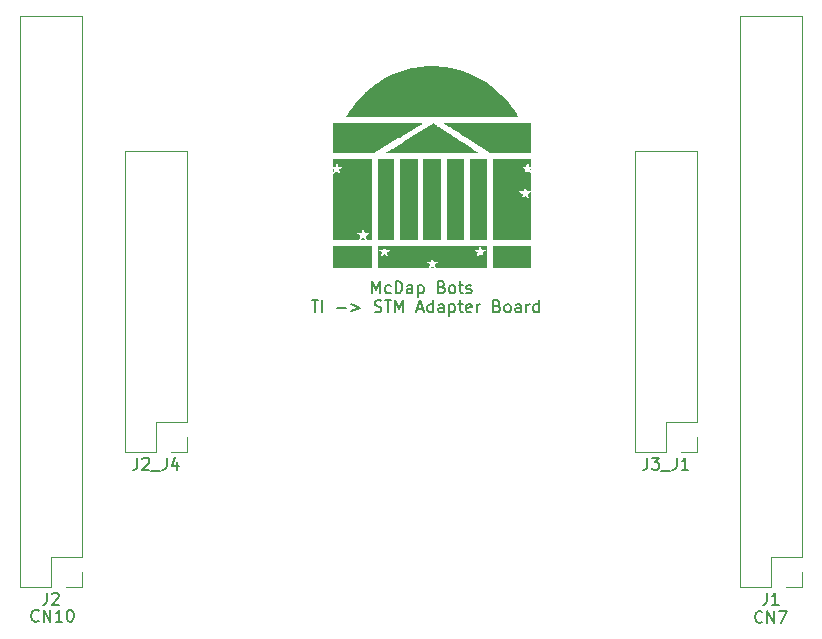
<source format=gto>
%TF.GenerationSoftware,KiCad,Pcbnew,8.0.7*%
%TF.CreationDate,2025-11-10T19:03:10-05:00*%
%TF.ProjectId,AdapterBoard_McDap,41646170-7465-4724-926f-6172645f4d63,rev?*%
%TF.SameCoordinates,Original*%
%TF.FileFunction,Legend,Top*%
%TF.FilePolarity,Positive*%
%FSLAX46Y46*%
G04 Gerber Fmt 4.6, Leading zero omitted, Abs format (unit mm)*
G04 Created by KiCad (PCBNEW 8.0.7) date 2025-11-10 19:03:10*
%MOMM*%
%LPD*%
G01*
G04 APERTURE LIST*
%ADD10C,0.150000*%
%ADD11C,0.000000*%
%ADD12C,0.120000*%
G04 APERTURE END LIST*
D10*
X126269523Y-135049580D02*
X126221904Y-135097200D01*
X126221904Y-135097200D02*
X126079047Y-135144819D01*
X126079047Y-135144819D02*
X125983809Y-135144819D01*
X125983809Y-135144819D02*
X125840952Y-135097200D01*
X125840952Y-135097200D02*
X125745714Y-135001961D01*
X125745714Y-135001961D02*
X125698095Y-134906723D01*
X125698095Y-134906723D02*
X125650476Y-134716247D01*
X125650476Y-134716247D02*
X125650476Y-134573390D01*
X125650476Y-134573390D02*
X125698095Y-134382914D01*
X125698095Y-134382914D02*
X125745714Y-134287676D01*
X125745714Y-134287676D02*
X125840952Y-134192438D01*
X125840952Y-134192438D02*
X125983809Y-134144819D01*
X125983809Y-134144819D02*
X126079047Y-134144819D01*
X126079047Y-134144819D02*
X126221904Y-134192438D01*
X126221904Y-134192438D02*
X126269523Y-134240057D01*
X126698095Y-135144819D02*
X126698095Y-134144819D01*
X126698095Y-134144819D02*
X127269523Y-135144819D01*
X127269523Y-135144819D02*
X127269523Y-134144819D01*
X127650476Y-134144819D02*
X128317142Y-134144819D01*
X128317142Y-134144819D02*
X127888571Y-135144819D01*
X64993333Y-134949580D02*
X64945714Y-134997200D01*
X64945714Y-134997200D02*
X64802857Y-135044819D01*
X64802857Y-135044819D02*
X64707619Y-135044819D01*
X64707619Y-135044819D02*
X64564762Y-134997200D01*
X64564762Y-134997200D02*
X64469524Y-134901961D01*
X64469524Y-134901961D02*
X64421905Y-134806723D01*
X64421905Y-134806723D02*
X64374286Y-134616247D01*
X64374286Y-134616247D02*
X64374286Y-134473390D01*
X64374286Y-134473390D02*
X64421905Y-134282914D01*
X64421905Y-134282914D02*
X64469524Y-134187676D01*
X64469524Y-134187676D02*
X64564762Y-134092438D01*
X64564762Y-134092438D02*
X64707619Y-134044819D01*
X64707619Y-134044819D02*
X64802857Y-134044819D01*
X64802857Y-134044819D02*
X64945714Y-134092438D01*
X64945714Y-134092438D02*
X64993333Y-134140057D01*
X65421905Y-135044819D02*
X65421905Y-134044819D01*
X65421905Y-134044819D02*
X65993333Y-135044819D01*
X65993333Y-135044819D02*
X65993333Y-134044819D01*
X66993333Y-135044819D02*
X66421905Y-135044819D01*
X66707619Y-135044819D02*
X66707619Y-134044819D01*
X66707619Y-134044819D02*
X66612381Y-134187676D01*
X66612381Y-134187676D02*
X66517143Y-134282914D01*
X66517143Y-134282914D02*
X66421905Y-134330533D01*
X67612381Y-134044819D02*
X67707619Y-134044819D01*
X67707619Y-134044819D02*
X67802857Y-134092438D01*
X67802857Y-134092438D02*
X67850476Y-134140057D01*
X67850476Y-134140057D02*
X67898095Y-134235295D01*
X67898095Y-134235295D02*
X67945714Y-134425771D01*
X67945714Y-134425771D02*
X67945714Y-134663866D01*
X67945714Y-134663866D02*
X67898095Y-134854342D01*
X67898095Y-134854342D02*
X67850476Y-134949580D01*
X67850476Y-134949580D02*
X67802857Y-134997200D01*
X67802857Y-134997200D02*
X67707619Y-135044819D01*
X67707619Y-135044819D02*
X67612381Y-135044819D01*
X67612381Y-135044819D02*
X67517143Y-134997200D01*
X67517143Y-134997200D02*
X67469524Y-134949580D01*
X67469524Y-134949580D02*
X67421905Y-134854342D01*
X67421905Y-134854342D02*
X67374286Y-134663866D01*
X67374286Y-134663866D02*
X67374286Y-134425771D01*
X67374286Y-134425771D02*
X67421905Y-134235295D01*
X67421905Y-134235295D02*
X67469524Y-134140057D01*
X67469524Y-134140057D02*
X67517143Y-134092438D01*
X67517143Y-134092438D02*
X67612381Y-134044819D01*
X93218571Y-107225875D02*
X93218571Y-106225875D01*
X93218571Y-106225875D02*
X93551904Y-106940160D01*
X93551904Y-106940160D02*
X93885237Y-106225875D01*
X93885237Y-106225875D02*
X93885237Y-107225875D01*
X94789999Y-107178256D02*
X94694761Y-107225875D01*
X94694761Y-107225875D02*
X94504285Y-107225875D01*
X94504285Y-107225875D02*
X94409047Y-107178256D01*
X94409047Y-107178256D02*
X94361428Y-107130636D01*
X94361428Y-107130636D02*
X94313809Y-107035398D01*
X94313809Y-107035398D02*
X94313809Y-106749684D01*
X94313809Y-106749684D02*
X94361428Y-106654446D01*
X94361428Y-106654446D02*
X94409047Y-106606827D01*
X94409047Y-106606827D02*
X94504285Y-106559208D01*
X94504285Y-106559208D02*
X94694761Y-106559208D01*
X94694761Y-106559208D02*
X94789999Y-106606827D01*
X95218571Y-107225875D02*
X95218571Y-106225875D01*
X95218571Y-106225875D02*
X95456666Y-106225875D01*
X95456666Y-106225875D02*
X95599523Y-106273494D01*
X95599523Y-106273494D02*
X95694761Y-106368732D01*
X95694761Y-106368732D02*
X95742380Y-106463970D01*
X95742380Y-106463970D02*
X95789999Y-106654446D01*
X95789999Y-106654446D02*
X95789999Y-106797303D01*
X95789999Y-106797303D02*
X95742380Y-106987779D01*
X95742380Y-106987779D02*
X95694761Y-107083017D01*
X95694761Y-107083017D02*
X95599523Y-107178256D01*
X95599523Y-107178256D02*
X95456666Y-107225875D01*
X95456666Y-107225875D02*
X95218571Y-107225875D01*
X96647142Y-107225875D02*
X96647142Y-106702065D01*
X96647142Y-106702065D02*
X96599523Y-106606827D01*
X96599523Y-106606827D02*
X96504285Y-106559208D01*
X96504285Y-106559208D02*
X96313809Y-106559208D01*
X96313809Y-106559208D02*
X96218571Y-106606827D01*
X96647142Y-107178256D02*
X96551904Y-107225875D01*
X96551904Y-107225875D02*
X96313809Y-107225875D01*
X96313809Y-107225875D02*
X96218571Y-107178256D01*
X96218571Y-107178256D02*
X96170952Y-107083017D01*
X96170952Y-107083017D02*
X96170952Y-106987779D01*
X96170952Y-106987779D02*
X96218571Y-106892541D01*
X96218571Y-106892541D02*
X96313809Y-106844922D01*
X96313809Y-106844922D02*
X96551904Y-106844922D01*
X96551904Y-106844922D02*
X96647142Y-106797303D01*
X97123333Y-106559208D02*
X97123333Y-107559208D01*
X97123333Y-106606827D02*
X97218571Y-106559208D01*
X97218571Y-106559208D02*
X97409047Y-106559208D01*
X97409047Y-106559208D02*
X97504285Y-106606827D01*
X97504285Y-106606827D02*
X97551904Y-106654446D01*
X97551904Y-106654446D02*
X97599523Y-106749684D01*
X97599523Y-106749684D02*
X97599523Y-107035398D01*
X97599523Y-107035398D02*
X97551904Y-107130636D01*
X97551904Y-107130636D02*
X97504285Y-107178256D01*
X97504285Y-107178256D02*
X97409047Y-107225875D01*
X97409047Y-107225875D02*
X97218571Y-107225875D01*
X97218571Y-107225875D02*
X97123333Y-107178256D01*
X99123333Y-106702065D02*
X99266190Y-106749684D01*
X99266190Y-106749684D02*
X99313809Y-106797303D01*
X99313809Y-106797303D02*
X99361428Y-106892541D01*
X99361428Y-106892541D02*
X99361428Y-107035398D01*
X99361428Y-107035398D02*
X99313809Y-107130636D01*
X99313809Y-107130636D02*
X99266190Y-107178256D01*
X99266190Y-107178256D02*
X99170952Y-107225875D01*
X99170952Y-107225875D02*
X98790000Y-107225875D01*
X98790000Y-107225875D02*
X98790000Y-106225875D01*
X98790000Y-106225875D02*
X99123333Y-106225875D01*
X99123333Y-106225875D02*
X99218571Y-106273494D01*
X99218571Y-106273494D02*
X99266190Y-106321113D01*
X99266190Y-106321113D02*
X99313809Y-106416351D01*
X99313809Y-106416351D02*
X99313809Y-106511589D01*
X99313809Y-106511589D02*
X99266190Y-106606827D01*
X99266190Y-106606827D02*
X99218571Y-106654446D01*
X99218571Y-106654446D02*
X99123333Y-106702065D01*
X99123333Y-106702065D02*
X98790000Y-106702065D01*
X99932857Y-107225875D02*
X99837619Y-107178256D01*
X99837619Y-107178256D02*
X99790000Y-107130636D01*
X99790000Y-107130636D02*
X99742381Y-107035398D01*
X99742381Y-107035398D02*
X99742381Y-106749684D01*
X99742381Y-106749684D02*
X99790000Y-106654446D01*
X99790000Y-106654446D02*
X99837619Y-106606827D01*
X99837619Y-106606827D02*
X99932857Y-106559208D01*
X99932857Y-106559208D02*
X100075714Y-106559208D01*
X100075714Y-106559208D02*
X100170952Y-106606827D01*
X100170952Y-106606827D02*
X100218571Y-106654446D01*
X100218571Y-106654446D02*
X100266190Y-106749684D01*
X100266190Y-106749684D02*
X100266190Y-107035398D01*
X100266190Y-107035398D02*
X100218571Y-107130636D01*
X100218571Y-107130636D02*
X100170952Y-107178256D01*
X100170952Y-107178256D02*
X100075714Y-107225875D01*
X100075714Y-107225875D02*
X99932857Y-107225875D01*
X100551905Y-106559208D02*
X100932857Y-106559208D01*
X100694762Y-106225875D02*
X100694762Y-107083017D01*
X100694762Y-107083017D02*
X100742381Y-107178256D01*
X100742381Y-107178256D02*
X100837619Y-107225875D01*
X100837619Y-107225875D02*
X100932857Y-107225875D01*
X101218572Y-107178256D02*
X101313810Y-107225875D01*
X101313810Y-107225875D02*
X101504286Y-107225875D01*
X101504286Y-107225875D02*
X101599524Y-107178256D01*
X101599524Y-107178256D02*
X101647143Y-107083017D01*
X101647143Y-107083017D02*
X101647143Y-107035398D01*
X101647143Y-107035398D02*
X101599524Y-106940160D01*
X101599524Y-106940160D02*
X101504286Y-106892541D01*
X101504286Y-106892541D02*
X101361429Y-106892541D01*
X101361429Y-106892541D02*
X101266191Y-106844922D01*
X101266191Y-106844922D02*
X101218572Y-106749684D01*
X101218572Y-106749684D02*
X101218572Y-106702065D01*
X101218572Y-106702065D02*
X101266191Y-106606827D01*
X101266191Y-106606827D02*
X101361429Y-106559208D01*
X101361429Y-106559208D02*
X101504286Y-106559208D01*
X101504286Y-106559208D02*
X101599524Y-106606827D01*
X88099523Y-107835819D02*
X88670951Y-107835819D01*
X88385237Y-108835819D02*
X88385237Y-107835819D01*
X89004285Y-108835819D02*
X89004285Y-107835819D01*
X90242380Y-108454866D02*
X91004285Y-108454866D01*
X91480475Y-108169152D02*
X92242380Y-108454866D01*
X92242380Y-108454866D02*
X91480475Y-108740580D01*
X93432856Y-108788200D02*
X93575713Y-108835819D01*
X93575713Y-108835819D02*
X93813808Y-108835819D01*
X93813808Y-108835819D02*
X93909046Y-108788200D01*
X93909046Y-108788200D02*
X93956665Y-108740580D01*
X93956665Y-108740580D02*
X94004284Y-108645342D01*
X94004284Y-108645342D02*
X94004284Y-108550104D01*
X94004284Y-108550104D02*
X93956665Y-108454866D01*
X93956665Y-108454866D02*
X93909046Y-108407247D01*
X93909046Y-108407247D02*
X93813808Y-108359628D01*
X93813808Y-108359628D02*
X93623332Y-108312009D01*
X93623332Y-108312009D02*
X93528094Y-108264390D01*
X93528094Y-108264390D02*
X93480475Y-108216771D01*
X93480475Y-108216771D02*
X93432856Y-108121533D01*
X93432856Y-108121533D02*
X93432856Y-108026295D01*
X93432856Y-108026295D02*
X93480475Y-107931057D01*
X93480475Y-107931057D02*
X93528094Y-107883438D01*
X93528094Y-107883438D02*
X93623332Y-107835819D01*
X93623332Y-107835819D02*
X93861427Y-107835819D01*
X93861427Y-107835819D02*
X94004284Y-107883438D01*
X94289999Y-107835819D02*
X94861427Y-107835819D01*
X94575713Y-108835819D02*
X94575713Y-107835819D01*
X95194761Y-108835819D02*
X95194761Y-107835819D01*
X95194761Y-107835819D02*
X95528094Y-108550104D01*
X95528094Y-108550104D02*
X95861427Y-107835819D01*
X95861427Y-107835819D02*
X95861427Y-108835819D01*
X97051904Y-108550104D02*
X97528094Y-108550104D01*
X96956666Y-108835819D02*
X97289999Y-107835819D01*
X97289999Y-107835819D02*
X97623332Y-108835819D01*
X98385237Y-108835819D02*
X98385237Y-107835819D01*
X98385237Y-108788200D02*
X98289999Y-108835819D01*
X98289999Y-108835819D02*
X98099523Y-108835819D01*
X98099523Y-108835819D02*
X98004285Y-108788200D01*
X98004285Y-108788200D02*
X97956666Y-108740580D01*
X97956666Y-108740580D02*
X97909047Y-108645342D01*
X97909047Y-108645342D02*
X97909047Y-108359628D01*
X97909047Y-108359628D02*
X97956666Y-108264390D01*
X97956666Y-108264390D02*
X98004285Y-108216771D01*
X98004285Y-108216771D02*
X98099523Y-108169152D01*
X98099523Y-108169152D02*
X98289999Y-108169152D01*
X98289999Y-108169152D02*
X98385237Y-108216771D01*
X99289999Y-108835819D02*
X99289999Y-108312009D01*
X99289999Y-108312009D02*
X99242380Y-108216771D01*
X99242380Y-108216771D02*
X99147142Y-108169152D01*
X99147142Y-108169152D02*
X98956666Y-108169152D01*
X98956666Y-108169152D02*
X98861428Y-108216771D01*
X99289999Y-108788200D02*
X99194761Y-108835819D01*
X99194761Y-108835819D02*
X98956666Y-108835819D01*
X98956666Y-108835819D02*
X98861428Y-108788200D01*
X98861428Y-108788200D02*
X98813809Y-108692961D01*
X98813809Y-108692961D02*
X98813809Y-108597723D01*
X98813809Y-108597723D02*
X98861428Y-108502485D01*
X98861428Y-108502485D02*
X98956666Y-108454866D01*
X98956666Y-108454866D02*
X99194761Y-108454866D01*
X99194761Y-108454866D02*
X99289999Y-108407247D01*
X99766190Y-108169152D02*
X99766190Y-109169152D01*
X99766190Y-108216771D02*
X99861428Y-108169152D01*
X99861428Y-108169152D02*
X100051904Y-108169152D01*
X100051904Y-108169152D02*
X100147142Y-108216771D01*
X100147142Y-108216771D02*
X100194761Y-108264390D01*
X100194761Y-108264390D02*
X100242380Y-108359628D01*
X100242380Y-108359628D02*
X100242380Y-108645342D01*
X100242380Y-108645342D02*
X100194761Y-108740580D01*
X100194761Y-108740580D02*
X100147142Y-108788200D01*
X100147142Y-108788200D02*
X100051904Y-108835819D01*
X100051904Y-108835819D02*
X99861428Y-108835819D01*
X99861428Y-108835819D02*
X99766190Y-108788200D01*
X100528095Y-108169152D02*
X100909047Y-108169152D01*
X100670952Y-107835819D02*
X100670952Y-108692961D01*
X100670952Y-108692961D02*
X100718571Y-108788200D01*
X100718571Y-108788200D02*
X100813809Y-108835819D01*
X100813809Y-108835819D02*
X100909047Y-108835819D01*
X101623333Y-108788200D02*
X101528095Y-108835819D01*
X101528095Y-108835819D02*
X101337619Y-108835819D01*
X101337619Y-108835819D02*
X101242381Y-108788200D01*
X101242381Y-108788200D02*
X101194762Y-108692961D01*
X101194762Y-108692961D02*
X101194762Y-108312009D01*
X101194762Y-108312009D02*
X101242381Y-108216771D01*
X101242381Y-108216771D02*
X101337619Y-108169152D01*
X101337619Y-108169152D02*
X101528095Y-108169152D01*
X101528095Y-108169152D02*
X101623333Y-108216771D01*
X101623333Y-108216771D02*
X101670952Y-108312009D01*
X101670952Y-108312009D02*
X101670952Y-108407247D01*
X101670952Y-108407247D02*
X101194762Y-108502485D01*
X102099524Y-108835819D02*
X102099524Y-108169152D01*
X102099524Y-108359628D02*
X102147143Y-108264390D01*
X102147143Y-108264390D02*
X102194762Y-108216771D01*
X102194762Y-108216771D02*
X102290000Y-108169152D01*
X102290000Y-108169152D02*
X102385238Y-108169152D01*
X103813810Y-108312009D02*
X103956667Y-108359628D01*
X103956667Y-108359628D02*
X104004286Y-108407247D01*
X104004286Y-108407247D02*
X104051905Y-108502485D01*
X104051905Y-108502485D02*
X104051905Y-108645342D01*
X104051905Y-108645342D02*
X104004286Y-108740580D01*
X104004286Y-108740580D02*
X103956667Y-108788200D01*
X103956667Y-108788200D02*
X103861429Y-108835819D01*
X103861429Y-108835819D02*
X103480477Y-108835819D01*
X103480477Y-108835819D02*
X103480477Y-107835819D01*
X103480477Y-107835819D02*
X103813810Y-107835819D01*
X103813810Y-107835819D02*
X103909048Y-107883438D01*
X103909048Y-107883438D02*
X103956667Y-107931057D01*
X103956667Y-107931057D02*
X104004286Y-108026295D01*
X104004286Y-108026295D02*
X104004286Y-108121533D01*
X104004286Y-108121533D02*
X103956667Y-108216771D01*
X103956667Y-108216771D02*
X103909048Y-108264390D01*
X103909048Y-108264390D02*
X103813810Y-108312009D01*
X103813810Y-108312009D02*
X103480477Y-108312009D01*
X104623334Y-108835819D02*
X104528096Y-108788200D01*
X104528096Y-108788200D02*
X104480477Y-108740580D01*
X104480477Y-108740580D02*
X104432858Y-108645342D01*
X104432858Y-108645342D02*
X104432858Y-108359628D01*
X104432858Y-108359628D02*
X104480477Y-108264390D01*
X104480477Y-108264390D02*
X104528096Y-108216771D01*
X104528096Y-108216771D02*
X104623334Y-108169152D01*
X104623334Y-108169152D02*
X104766191Y-108169152D01*
X104766191Y-108169152D02*
X104861429Y-108216771D01*
X104861429Y-108216771D02*
X104909048Y-108264390D01*
X104909048Y-108264390D02*
X104956667Y-108359628D01*
X104956667Y-108359628D02*
X104956667Y-108645342D01*
X104956667Y-108645342D02*
X104909048Y-108740580D01*
X104909048Y-108740580D02*
X104861429Y-108788200D01*
X104861429Y-108788200D02*
X104766191Y-108835819D01*
X104766191Y-108835819D02*
X104623334Y-108835819D01*
X105813810Y-108835819D02*
X105813810Y-108312009D01*
X105813810Y-108312009D02*
X105766191Y-108216771D01*
X105766191Y-108216771D02*
X105670953Y-108169152D01*
X105670953Y-108169152D02*
X105480477Y-108169152D01*
X105480477Y-108169152D02*
X105385239Y-108216771D01*
X105813810Y-108788200D02*
X105718572Y-108835819D01*
X105718572Y-108835819D02*
X105480477Y-108835819D01*
X105480477Y-108835819D02*
X105385239Y-108788200D01*
X105385239Y-108788200D02*
X105337620Y-108692961D01*
X105337620Y-108692961D02*
X105337620Y-108597723D01*
X105337620Y-108597723D02*
X105385239Y-108502485D01*
X105385239Y-108502485D02*
X105480477Y-108454866D01*
X105480477Y-108454866D02*
X105718572Y-108454866D01*
X105718572Y-108454866D02*
X105813810Y-108407247D01*
X106290001Y-108835819D02*
X106290001Y-108169152D01*
X106290001Y-108359628D02*
X106337620Y-108264390D01*
X106337620Y-108264390D02*
X106385239Y-108216771D01*
X106385239Y-108216771D02*
X106480477Y-108169152D01*
X106480477Y-108169152D02*
X106575715Y-108169152D01*
X107337620Y-108835819D02*
X107337620Y-107835819D01*
X107337620Y-108788200D02*
X107242382Y-108835819D01*
X107242382Y-108835819D02*
X107051906Y-108835819D01*
X107051906Y-108835819D02*
X106956668Y-108788200D01*
X106956668Y-108788200D02*
X106909049Y-108740580D01*
X106909049Y-108740580D02*
X106861430Y-108645342D01*
X106861430Y-108645342D02*
X106861430Y-108359628D01*
X106861430Y-108359628D02*
X106909049Y-108264390D01*
X106909049Y-108264390D02*
X106956668Y-108216771D01*
X106956668Y-108216771D02*
X107051906Y-108169152D01*
X107051906Y-108169152D02*
X107242382Y-108169152D01*
X107242382Y-108169152D02*
X107337620Y-108216771D01*
X65706666Y-132594819D02*
X65706666Y-133309104D01*
X65706666Y-133309104D02*
X65659047Y-133451961D01*
X65659047Y-133451961D02*
X65563809Y-133547200D01*
X65563809Y-133547200D02*
X65420952Y-133594819D01*
X65420952Y-133594819D02*
X65325714Y-133594819D01*
X66135238Y-132690057D02*
X66182857Y-132642438D01*
X66182857Y-132642438D02*
X66278095Y-132594819D01*
X66278095Y-132594819D02*
X66516190Y-132594819D01*
X66516190Y-132594819D02*
X66611428Y-132642438D01*
X66611428Y-132642438D02*
X66659047Y-132690057D01*
X66659047Y-132690057D02*
X66706666Y-132785295D01*
X66706666Y-132785295D02*
X66706666Y-132880533D01*
X66706666Y-132880533D02*
X66659047Y-133023390D01*
X66659047Y-133023390D02*
X66087619Y-133594819D01*
X66087619Y-133594819D02*
X66706666Y-133594819D01*
X126666666Y-132594819D02*
X126666666Y-133309104D01*
X126666666Y-133309104D02*
X126619047Y-133451961D01*
X126619047Y-133451961D02*
X126523809Y-133547200D01*
X126523809Y-133547200D02*
X126380952Y-133594819D01*
X126380952Y-133594819D02*
X126285714Y-133594819D01*
X127666666Y-133594819D02*
X127095238Y-133594819D01*
X127380952Y-133594819D02*
X127380952Y-132594819D01*
X127380952Y-132594819D02*
X127285714Y-132737676D01*
X127285714Y-132737676D02*
X127190476Y-132832914D01*
X127190476Y-132832914D02*
X127095238Y-132880533D01*
X116538571Y-121164819D02*
X116538571Y-121879104D01*
X116538571Y-121879104D02*
X116490952Y-122021961D01*
X116490952Y-122021961D02*
X116395714Y-122117200D01*
X116395714Y-122117200D02*
X116252857Y-122164819D01*
X116252857Y-122164819D02*
X116157619Y-122164819D01*
X116919524Y-121164819D02*
X117538571Y-121164819D01*
X117538571Y-121164819D02*
X117205238Y-121545771D01*
X117205238Y-121545771D02*
X117348095Y-121545771D01*
X117348095Y-121545771D02*
X117443333Y-121593390D01*
X117443333Y-121593390D02*
X117490952Y-121641009D01*
X117490952Y-121641009D02*
X117538571Y-121736247D01*
X117538571Y-121736247D02*
X117538571Y-121974342D01*
X117538571Y-121974342D02*
X117490952Y-122069580D01*
X117490952Y-122069580D02*
X117443333Y-122117200D01*
X117443333Y-122117200D02*
X117348095Y-122164819D01*
X117348095Y-122164819D02*
X117062381Y-122164819D01*
X117062381Y-122164819D02*
X116967143Y-122117200D01*
X116967143Y-122117200D02*
X116919524Y-122069580D01*
X117729048Y-122260057D02*
X118490952Y-122260057D01*
X119014762Y-121164819D02*
X119014762Y-121879104D01*
X119014762Y-121879104D02*
X118967143Y-122021961D01*
X118967143Y-122021961D02*
X118871905Y-122117200D01*
X118871905Y-122117200D02*
X118729048Y-122164819D01*
X118729048Y-122164819D02*
X118633810Y-122164819D01*
X120014762Y-122164819D02*
X119443334Y-122164819D01*
X119729048Y-122164819D02*
X119729048Y-121164819D01*
X119729048Y-121164819D02*
X119633810Y-121307676D01*
X119633810Y-121307676D02*
X119538572Y-121402914D01*
X119538572Y-121402914D02*
X119443334Y-121450533D01*
X73358571Y-121164819D02*
X73358571Y-121879104D01*
X73358571Y-121879104D02*
X73310952Y-122021961D01*
X73310952Y-122021961D02*
X73215714Y-122117200D01*
X73215714Y-122117200D02*
X73072857Y-122164819D01*
X73072857Y-122164819D02*
X72977619Y-122164819D01*
X73787143Y-121260057D02*
X73834762Y-121212438D01*
X73834762Y-121212438D02*
X73930000Y-121164819D01*
X73930000Y-121164819D02*
X74168095Y-121164819D01*
X74168095Y-121164819D02*
X74263333Y-121212438D01*
X74263333Y-121212438D02*
X74310952Y-121260057D01*
X74310952Y-121260057D02*
X74358571Y-121355295D01*
X74358571Y-121355295D02*
X74358571Y-121450533D01*
X74358571Y-121450533D02*
X74310952Y-121593390D01*
X74310952Y-121593390D02*
X73739524Y-122164819D01*
X73739524Y-122164819D02*
X74358571Y-122164819D01*
X74549048Y-122260057D02*
X75310952Y-122260057D01*
X75834762Y-121164819D02*
X75834762Y-121879104D01*
X75834762Y-121879104D02*
X75787143Y-122021961D01*
X75787143Y-122021961D02*
X75691905Y-122117200D01*
X75691905Y-122117200D02*
X75549048Y-122164819D01*
X75549048Y-122164819D02*
X75453810Y-122164819D01*
X76739524Y-121498152D02*
X76739524Y-122164819D01*
X76501429Y-121117200D02*
X76263334Y-121831485D01*
X76263334Y-121831485D02*
X76882381Y-121831485D01*
D11*
%TO.C,G\u002A\u002A\u002A*%
G36*
X95112410Y-99324336D02*
G01*
X95112410Y-102764096D01*
X94413444Y-102764096D01*
X93714478Y-102764096D01*
X93714478Y-99324336D01*
X93714478Y-95884576D01*
X94413444Y-95884576D01*
X95112410Y-95884576D01*
X95112410Y-99324336D01*
G37*
G36*
X97086459Y-99324336D02*
G01*
X97086459Y-102764096D01*
X96340896Y-102764096D01*
X95595332Y-102764096D01*
X95595332Y-99324336D01*
X95595332Y-95884576D01*
X96340896Y-95884576D01*
X97086459Y-95884576D01*
X97086459Y-99324336D01*
G37*
G36*
X99060509Y-99324336D02*
G01*
X99060509Y-102764096D01*
X98314945Y-102764096D01*
X97569381Y-102764096D01*
X97569381Y-99324336D01*
X97569381Y-95884576D01*
X98314945Y-95884576D01*
X99060509Y-95884576D01*
X99060509Y-99324336D01*
G37*
G36*
X101034558Y-99324336D02*
G01*
X101034558Y-102764096D01*
X100288994Y-102764096D01*
X99543431Y-102764096D01*
X99543431Y-99324336D01*
X99543431Y-95884576D01*
X100288994Y-95884576D01*
X101034558Y-95884576D01*
X101034558Y-99324336D01*
G37*
G36*
X102957774Y-99324336D02*
G01*
X102957774Y-102764096D01*
X102237627Y-102764096D01*
X101517480Y-102764096D01*
X101517480Y-99324336D01*
X101517480Y-95884576D01*
X102237627Y-95884576D01*
X102957774Y-95884576D01*
X102957774Y-99324336D01*
G37*
G36*
X106694064Y-104170500D02*
G01*
X106694064Y-105085510D01*
X105071616Y-105085510D01*
X103449168Y-105085510D01*
X103449168Y-104170500D01*
X103449168Y-103255490D01*
X105071616Y-103255490D01*
X106694064Y-103255490D01*
X106694064Y-104170500D01*
G37*
G36*
X106689477Y-96712628D02*
G01*
X106692606Y-96730995D01*
X106693858Y-96762120D01*
X106694078Y-96807667D01*
X106694064Y-96837414D01*
X106693937Y-96883990D01*
X106693584Y-96924012D01*
X106693050Y-96954689D01*
X106692380Y-96973233D01*
X106691834Y-96977505D01*
X106688613Y-96969905D01*
X106681307Y-96949040D01*
X106670894Y-96917815D01*
X106658357Y-96879135D01*
X106653926Y-96865247D01*
X106618248Y-96752989D01*
X106641330Y-96733507D01*
X106660399Y-96717460D01*
X106674217Y-96707523D01*
X106683629Y-96705358D01*
X106689477Y-96712628D01*
G37*
G36*
X89942038Y-96685635D02*
G01*
X89959665Y-96697350D01*
X89980885Y-96712719D01*
X90001128Y-96728343D01*
X90015827Y-96740820D01*
X90020549Y-96746444D01*
X90018138Y-96755778D01*
X90011502Y-96778303D01*
X90001537Y-96811060D01*
X89989136Y-96851088D01*
X89982998Y-96870689D01*
X89968943Y-96915668D01*
X89956083Y-96957269D01*
X89945588Y-96991671D01*
X89938631Y-97015054D01*
X89937265Y-97019867D01*
X89934453Y-97025263D01*
X89932231Y-97018173D01*
X89930544Y-96997654D01*
X89929337Y-96962768D01*
X89928555Y-96912573D01*
X89928218Y-96865247D01*
X89928194Y-96811425D01*
X89928610Y-96763801D01*
X89929409Y-96724806D01*
X89930532Y-96696872D01*
X89931924Y-96682431D01*
X89932572Y-96680974D01*
X89942038Y-96685635D01*
G37*
G36*
X98336651Y-104961192D02*
G01*
X98356068Y-104973792D01*
X98382288Y-104991734D01*
X98411933Y-105012608D01*
X98441625Y-105034004D01*
X98467985Y-105053515D01*
X98487634Y-105068730D01*
X98497193Y-105077240D01*
X98497439Y-105077588D01*
X98491014Y-105080280D01*
X98469114Y-105082487D01*
X98433206Y-105084140D01*
X98384755Y-105085170D01*
X98327653Y-105085510D01*
X98269648Y-105085149D01*
X98222025Y-105084113D01*
X98186417Y-105082480D01*
X98164460Y-105080324D01*
X98157787Y-105077720D01*
X98157808Y-105077684D01*
X98166411Y-105069672D01*
X98185294Y-105054827D01*
X98211110Y-105035546D01*
X98240511Y-105014221D01*
X98270149Y-104993248D01*
X98296679Y-104975023D01*
X98316752Y-104961938D01*
X98327020Y-104956390D01*
X98327416Y-104956343D01*
X98336651Y-104961192D01*
G37*
G36*
X92605815Y-102642237D02*
G01*
X92649693Y-102674167D01*
X92689109Y-102702996D01*
X92721931Y-102727153D01*
X92746026Y-102745065D01*
X92759260Y-102755160D01*
X92760919Y-102756544D01*
X92754763Y-102758408D01*
X92733059Y-102760068D01*
X92697203Y-102761489D01*
X92648591Y-102762636D01*
X92588617Y-102763474D01*
X92518679Y-102763970D01*
X92456622Y-102764096D01*
X92385941Y-102764015D01*
X92321047Y-102763784D01*
X92263781Y-102763423D01*
X92215981Y-102762948D01*
X92179489Y-102762380D01*
X92156145Y-102761736D01*
X92147788Y-102761035D01*
X92147806Y-102760988D01*
X92155689Y-102755057D01*
X92174779Y-102741018D01*
X92202561Y-102720702D01*
X92236516Y-102695940D01*
X92274127Y-102668561D01*
X92312879Y-102640396D01*
X92350254Y-102613275D01*
X92383734Y-102589029D01*
X92410803Y-102569488D01*
X92428945Y-102556483D01*
X92432133Y-102554226D01*
X92458760Y-102535482D01*
X92605815Y-102642237D01*
G37*
G36*
X93223084Y-104170500D02*
G01*
X93223084Y-105085510D01*
X91580867Y-105085510D01*
X91415287Y-105085482D01*
X91254236Y-105085397D01*
X91098531Y-105085260D01*
X90948992Y-105085074D01*
X90806437Y-105084840D01*
X90671684Y-105084561D01*
X90545552Y-105084242D01*
X90428860Y-105083883D01*
X90322425Y-105083489D01*
X90227066Y-105083062D01*
X90143601Y-105082604D01*
X90072850Y-105082119D01*
X90015630Y-105081609D01*
X89972760Y-105081078D01*
X89945059Y-105080527D01*
X89933344Y-105079960D01*
X89933001Y-105079862D01*
X89932240Y-105070799D01*
X89931508Y-105045895D01*
X89930813Y-105006255D01*
X89930162Y-104952981D01*
X89929562Y-104887179D01*
X89929020Y-104809952D01*
X89928542Y-104722404D01*
X89928134Y-104625639D01*
X89927805Y-104520760D01*
X89927561Y-104408872D01*
X89927408Y-104291079D01*
X89927353Y-104168485D01*
X89927353Y-104164852D01*
X89927353Y-103255490D01*
X91575218Y-103255490D01*
X93223084Y-103255490D01*
X93223084Y-104170500D01*
G37*
G36*
X93994613Y-92834559D02*
G01*
X94254504Y-92834608D01*
X94508072Y-92834687D01*
X94754838Y-92834796D01*
X94994322Y-92834934D01*
X95226044Y-92835101D01*
X95449523Y-92835295D01*
X95664279Y-92835515D01*
X95869833Y-92835761D01*
X96065703Y-92836031D01*
X96251410Y-92836324D01*
X96426474Y-92836640D01*
X96590415Y-92836978D01*
X96742752Y-92837337D01*
X96883005Y-92837715D01*
X97010695Y-92838112D01*
X97125341Y-92838527D01*
X97226463Y-92838959D01*
X97313580Y-92839408D01*
X97386213Y-92839871D01*
X97443882Y-92840348D01*
X97486106Y-92840839D01*
X97512405Y-92841342D01*
X97522300Y-92841857D01*
X97522360Y-92841921D01*
X97514563Y-92846919D01*
X97492904Y-92860437D01*
X97457958Y-92882122D01*
X97410299Y-92911621D01*
X97350499Y-92948579D01*
X97279134Y-92992644D01*
X97196777Y-93043462D01*
X97104002Y-93100679D01*
X97001381Y-93163941D01*
X96889491Y-93232896D01*
X96768903Y-93307189D01*
X96640192Y-93386467D01*
X96503932Y-93470376D01*
X96360696Y-93558562D01*
X96211059Y-93650673D01*
X96055594Y-93746355D01*
X95894874Y-93845253D01*
X95729475Y-93947015D01*
X95559969Y-94051286D01*
X95446233Y-94121241D01*
X93378156Y-95393182D01*
X91652754Y-95393182D01*
X89927353Y-95393182D01*
X89927353Y-94113863D01*
X89927353Y-92834543D01*
X93728881Y-92834543D01*
X93994613Y-92834559D01*
G37*
G36*
X106694064Y-94113863D02*
G01*
X106694064Y-95393182D01*
X104959358Y-95392407D01*
X103224651Y-95391632D01*
X101266029Y-94119442D01*
X101100090Y-94011650D01*
X100937840Y-93906239D01*
X100779857Y-93803584D01*
X100626715Y-93704060D01*
X100478990Y-93608039D01*
X100337258Y-93515898D01*
X100202093Y-93428010D01*
X100074071Y-93344749D01*
X99953769Y-93266491D01*
X99841760Y-93193610D01*
X99738622Y-93126480D01*
X99644928Y-93065476D01*
X99561255Y-93010972D01*
X99488179Y-92963342D01*
X99426273Y-92922962D01*
X99376115Y-92890205D01*
X99338279Y-92865446D01*
X99313342Y-92849059D01*
X99301877Y-92841420D01*
X99301158Y-92840897D01*
X99309116Y-92840469D01*
X99333476Y-92840048D01*
X99373698Y-92839635D01*
X99429240Y-92839232D01*
X99499560Y-92838839D01*
X99584117Y-92838457D01*
X99682369Y-92838087D01*
X99793774Y-92837730D01*
X99917792Y-92837387D01*
X100053880Y-92837058D01*
X100201496Y-92836746D01*
X100360100Y-92836450D01*
X100529149Y-92836172D01*
X100708103Y-92835913D01*
X100896418Y-92835673D01*
X101093555Y-92835453D01*
X101298971Y-92835255D01*
X101512124Y-92835079D01*
X101732474Y-92834926D01*
X101959478Y-92834798D01*
X102192595Y-92834694D01*
X102431284Y-92834617D01*
X102675002Y-92834567D01*
X102923208Y-92834544D01*
X102994487Y-92834543D01*
X106694064Y-92834543D01*
X106694064Y-94113863D01*
G37*
G36*
X98392311Y-88014273D02*
G01*
X98489677Y-88015046D01*
X98581303Y-88016429D01*
X98663951Y-88018421D01*
X98734381Y-88021023D01*
X98760920Y-88022375D01*
X99139154Y-88051840D01*
X99511342Y-88097054D01*
X99877933Y-88158115D01*
X100239376Y-88235120D01*
X100596122Y-88328168D01*
X100948619Y-88437357D01*
X101297316Y-88562786D01*
X101377687Y-88594204D01*
X101724315Y-88740811D01*
X102062938Y-88902278D01*
X102393217Y-89078356D01*
X102714816Y-89268794D01*
X103027395Y-89473343D01*
X103330618Y-89691752D01*
X103624146Y-89923773D01*
X103907642Y-90169153D01*
X104180768Y-90427645D01*
X104443186Y-90698998D01*
X104694558Y-90982961D01*
X104833977Y-91151868D01*
X104999409Y-91364851D01*
X105160373Y-91586546D01*
X105313846Y-91812562D01*
X105456805Y-92038506D01*
X105537141Y-92173702D01*
X105561419Y-92215568D01*
X105583988Y-92254370D01*
X105602893Y-92286756D01*
X105616179Y-92309375D01*
X105619888Y-92315614D01*
X105636407Y-92343149D01*
X98314907Y-92343149D01*
X90993407Y-92343149D01*
X91025091Y-92285961D01*
X91145347Y-92078367D01*
X91278717Y-91865534D01*
X91423319Y-91650113D01*
X91577272Y-91434756D01*
X91738694Y-91222116D01*
X91905705Y-91014844D01*
X92033306Y-90864730D01*
X92081390Y-90810912D01*
X92139902Y-90747762D01*
X92206752Y-90677368D01*
X92279852Y-90601821D01*
X92357113Y-90523210D01*
X92436446Y-90443624D01*
X92515762Y-90365154D01*
X92592972Y-90289888D01*
X92665988Y-90219916D01*
X92732721Y-90157327D01*
X92791081Y-90104212D01*
X92812176Y-90085595D01*
X93105371Y-89840747D01*
X93406711Y-89610644D01*
X93715990Y-89395395D01*
X94033004Y-89195107D01*
X94357545Y-89009888D01*
X94689409Y-88839847D01*
X95028389Y-88685092D01*
X95374280Y-88545730D01*
X95726876Y-88421870D01*
X96085971Y-88313620D01*
X96290062Y-88259799D01*
X96586339Y-88191065D01*
X96880408Y-88134034D01*
X97176125Y-88088127D01*
X97477349Y-88052764D01*
X97787939Y-88027365D01*
X97868970Y-88022420D01*
X97932754Y-88019541D01*
X98010232Y-88017270D01*
X98098166Y-88015608D01*
X98193316Y-88014554D01*
X98292444Y-88014109D01*
X98392311Y-88014273D01*
G37*
G36*
X98491674Y-92900199D02*
G01*
X98504435Y-92908425D01*
X98530786Y-92925473D01*
X98570107Y-92950939D01*
X98621775Y-92984422D01*
X98685168Y-93025515D01*
X98759664Y-93073818D01*
X98844641Y-93128925D01*
X98939477Y-93190434D01*
X99043551Y-93257940D01*
X99156240Y-93331042D01*
X99276923Y-93409334D01*
X99404977Y-93492414D01*
X99539781Y-93579878D01*
X99680712Y-93671323D01*
X99827148Y-93766345D01*
X99978469Y-93864541D01*
X100134050Y-93965507D01*
X100293272Y-94068841D01*
X100382190Y-94126550D01*
X100543133Y-94231004D01*
X100700771Y-94333309D01*
X100854481Y-94433063D01*
X101003642Y-94529862D01*
X101147633Y-94623302D01*
X101285832Y-94712980D01*
X101417618Y-94798494D01*
X101542369Y-94879440D01*
X101659464Y-94955414D01*
X101768281Y-95026015D01*
X101868200Y-95090838D01*
X101958598Y-95149480D01*
X102038854Y-95201538D01*
X102108347Y-95246609D01*
X102166455Y-95284290D01*
X102212557Y-95314177D01*
X102246032Y-95335868D01*
X102266257Y-95348959D01*
X102271516Y-95352352D01*
X102335058Y-95393180D01*
X98323650Y-95393181D01*
X98007383Y-95393175D01*
X97707643Y-95393158D01*
X97424013Y-95393127D01*
X97156076Y-95393081D01*
X96903414Y-95393019D01*
X96665610Y-95392941D01*
X96442247Y-95392844D01*
X96232907Y-95392728D01*
X96037174Y-95392591D01*
X95854629Y-95392433D01*
X95684855Y-95392251D01*
X95527436Y-95392046D01*
X95381954Y-95391814D01*
X95247991Y-95391557D01*
X95125130Y-95391271D01*
X95012954Y-95390956D01*
X94911045Y-95390611D01*
X94818987Y-95390235D01*
X94736362Y-95389826D01*
X94662752Y-95389383D01*
X94597741Y-95388904D01*
X94540910Y-95388390D01*
X94491844Y-95387838D01*
X94450123Y-95387247D01*
X94415331Y-95386617D01*
X94387052Y-95385945D01*
X94364866Y-95385231D01*
X94348358Y-95384474D01*
X94337109Y-95383671D01*
X94330703Y-95382823D01*
X94328722Y-95381928D01*
X94328954Y-95381631D01*
X94337486Y-95376275D01*
X94359869Y-95362399D01*
X94395524Y-95340359D01*
X94443868Y-95310514D01*
X94504321Y-95273222D01*
X94576303Y-95228840D01*
X94659233Y-95177726D01*
X94752529Y-95120237D01*
X94855611Y-95056732D01*
X94967899Y-94987569D01*
X95088811Y-94913104D01*
X95217766Y-94833695D01*
X95354184Y-94749701D01*
X95497485Y-94661479D01*
X95647086Y-94569387D01*
X95802408Y-94473783D01*
X95962869Y-94375023D01*
X96127890Y-94273467D01*
X96296888Y-94169472D01*
X96386304Y-94114451D01*
X98426943Y-92858822D01*
X98491674Y-92900199D01*
G37*
G36*
X93223084Y-99324336D02*
G01*
X93223084Y-102764096D01*
X93003851Y-102764096D01*
X92784619Y-102764096D01*
X92724265Y-102578586D01*
X92707070Y-102525558D01*
X92691782Y-102478071D01*
X92679137Y-102438440D01*
X92669872Y-102408982D01*
X92664722Y-102392012D01*
X92663911Y-102388823D01*
X92670485Y-102382887D01*
X92688942Y-102368511D01*
X92717384Y-102347113D01*
X92753911Y-102320112D01*
X92796627Y-102288927D01*
X92826636Y-102267211D01*
X92989361Y-102149853D01*
X92786392Y-102147563D01*
X92583424Y-102145272D01*
X92520641Y-101952699D01*
X92457858Y-101760127D01*
X92394597Y-101952872D01*
X92331336Y-102145617D01*
X92132814Y-102145617D01*
X92068139Y-102145945D01*
X92015225Y-102146894D01*
X91975296Y-102148415D01*
X91949575Y-102150457D01*
X91939286Y-102152969D01*
X91939236Y-102153616D01*
X91947286Y-102160750D01*
X91967029Y-102176212D01*
X91996396Y-102198443D01*
X92033319Y-102225884D01*
X92075729Y-102256975D01*
X92093128Y-102269622D01*
X92137071Y-102301813D01*
X92176241Y-102331133D01*
X92208581Y-102355990D01*
X92232035Y-102374794D01*
X92244546Y-102385953D01*
X92246009Y-102387873D01*
X92244620Y-102398585D01*
X92238553Y-102422925D01*
X92228512Y-102458449D01*
X92215197Y-102502718D01*
X92199313Y-102553290D01*
X92191014Y-102578989D01*
X92132088Y-102759860D01*
X91029721Y-102762010D01*
X89927353Y-102764159D01*
X89927353Y-99943570D01*
X89927353Y-97122981D01*
X90079819Y-97012117D01*
X90124124Y-96980026D01*
X90163726Y-96951580D01*
X90196617Y-96928201D01*
X90220790Y-96911312D01*
X90234236Y-96902335D01*
X90236281Y-96901254D01*
X90243969Y-96906032D01*
X90263352Y-96919430D01*
X90292463Y-96940051D01*
X90329332Y-96966493D01*
X90371992Y-96997356D01*
X90398028Y-97016305D01*
X90443000Y-97048881D01*
X90483248Y-97077609D01*
X90516824Y-97101134D01*
X90541779Y-97118100D01*
X90556165Y-97127150D01*
X90558893Y-97128242D01*
X90557297Y-97119647D01*
X90551111Y-97097274D01*
X90541032Y-97063441D01*
X90527761Y-97020468D01*
X90511994Y-96970674D01*
X90503183Y-96943294D01*
X90486367Y-96890474D01*
X90471725Y-96842858D01*
X90459960Y-96802870D01*
X90451773Y-96772928D01*
X90447868Y-96755456D01*
X90447733Y-96752170D01*
X90455280Y-96744718D01*
X90474604Y-96728886D01*
X90503735Y-96706195D01*
X90540700Y-96678167D01*
X90583528Y-96646326D01*
X90609602Y-96627204D01*
X90768096Y-96511528D01*
X90565488Y-96511528D01*
X90362880Y-96511528D01*
X90301628Y-96320901D01*
X90284287Y-96267349D01*
X90268572Y-96219612D01*
X90255238Y-96179914D01*
X90245038Y-96150480D01*
X90238725Y-96133536D01*
X90237067Y-96130274D01*
X90233311Y-96137826D01*
X90225391Y-96158483D01*
X90214404Y-96189239D01*
X90201451Y-96227091D01*
X90199117Y-96234059D01*
X90182011Y-96284093D01*
X90162769Y-96338451D01*
X90144036Y-96389753D01*
X90131605Y-96422568D01*
X90098735Y-96507292D01*
X90013044Y-96509706D01*
X89927353Y-96512120D01*
X89927353Y-96198348D01*
X89927353Y-95884576D01*
X91575218Y-95884576D01*
X93223084Y-95884576D01*
X93223084Y-99324336D01*
G37*
G36*
X106694064Y-96198370D02*
G01*
X106694064Y-96512164D01*
X106616193Y-96509728D01*
X106538323Y-96507292D01*
X106479870Y-96325137D01*
X106462766Y-96272366D01*
X106447096Y-96225027D01*
X106433677Y-96185505D01*
X106423326Y-96156186D01*
X106416858Y-96139456D01*
X106415344Y-96136566D01*
X106411182Y-96142428D01*
X106402755Y-96162336D01*
X106390843Y-96194156D01*
X106376225Y-96235757D01*
X106359679Y-96285006D01*
X106348074Y-96320686D01*
X106286878Y-96511222D01*
X106086514Y-96513493D01*
X105886150Y-96515764D01*
X106047363Y-96632792D01*
X106208576Y-96749819D01*
X106147443Y-96937795D01*
X106130263Y-96991084D01*
X106115176Y-97038770D01*
X106102879Y-97078577D01*
X106094070Y-97108225D01*
X106089445Y-97125437D01*
X106088973Y-97128853D01*
X106096282Y-97125012D01*
X106115262Y-97112538D01*
X106143914Y-97092816D01*
X106180241Y-97067229D01*
X106222247Y-97037160D01*
X106241898Y-97022949D01*
X106286467Y-96990683D01*
X106326829Y-96961574D01*
X106360822Y-96937174D01*
X106386288Y-96919029D01*
X106401064Y-96908690D01*
X106403483Y-96907096D01*
X106414591Y-96909153D01*
X106437973Y-96921533D01*
X106473849Y-96944372D01*
X106522439Y-96977807D01*
X106554008Y-97000292D01*
X106693213Y-97100354D01*
X106693638Y-97856508D01*
X106694064Y-98612662D01*
X106505175Y-98612662D01*
X106316285Y-98612662D01*
X106257878Y-98430018D01*
X106240841Y-98377366D01*
X106225243Y-98330337D01*
X106211891Y-98291269D01*
X106201590Y-98262498D01*
X106195148Y-98246362D01*
X106193606Y-98243750D01*
X106189449Y-98250392D01*
X106180970Y-98270992D01*
X106168967Y-98303358D01*
X106154239Y-98345297D01*
X106137583Y-98394614D01*
X106127141Y-98426394D01*
X106066540Y-98612662D01*
X105867727Y-98612662D01*
X105811718Y-98612927D01*
X105761816Y-98613673D01*
X105720362Y-98614821D01*
X105689697Y-98616296D01*
X105672164Y-98618019D01*
X105668914Y-98619195D01*
X105675492Y-98625811D01*
X105693932Y-98640778D01*
X105722296Y-98662618D01*
X105758645Y-98689850D01*
X105801042Y-98720995D01*
X105825652Y-98738835D01*
X105870537Y-98771629D01*
X105910399Y-98801529D01*
X105943295Y-98827011D01*
X105967282Y-98846555D01*
X105980416Y-98858639D01*
X105982313Y-98861504D01*
X105979782Y-98872027D01*
X105972732Y-98896224D01*
X105961912Y-98931667D01*
X105948068Y-98975926D01*
X105931948Y-99026569D01*
X105923450Y-99052960D01*
X105906658Y-99105306D01*
X105891935Y-99151958D01*
X105879987Y-99190609D01*
X105871523Y-99218952D01*
X105867252Y-99234681D01*
X105866918Y-99237106D01*
X105874100Y-99232999D01*
X105893013Y-99220252D01*
X105921712Y-99200231D01*
X105958251Y-99174298D01*
X106000686Y-99143820D01*
X106026528Y-99125110D01*
X106071845Y-99092462D01*
X106112786Y-99063451D01*
X106147308Y-99039484D01*
X106173371Y-99021969D01*
X106188932Y-99012312D01*
X106192263Y-99010861D01*
X106201243Y-99015655D01*
X106221808Y-99029093D01*
X106251907Y-99049757D01*
X106289492Y-99076229D01*
X106332512Y-99107089D01*
X106356275Y-99124346D01*
X106400842Y-99156516D01*
X106440632Y-99184613D01*
X106473701Y-99207314D01*
X106498103Y-99223297D01*
X106511893Y-99231241D01*
X106514246Y-99231712D01*
X106512397Y-99222239D01*
X106505932Y-99199030D01*
X106495565Y-99164434D01*
X106482006Y-99120799D01*
X106465970Y-99070476D01*
X106456467Y-99041154D01*
X106439432Y-98988448D01*
X106424506Y-98941411D01*
X106412392Y-98902333D01*
X106403793Y-98873500D01*
X106399413Y-98857199D01*
X106399060Y-98854401D01*
X106410473Y-98845546D01*
X106432304Y-98829361D01*
X106462076Y-98807621D01*
X106497311Y-98782103D01*
X106535532Y-98754583D01*
X106574259Y-98726837D01*
X106611016Y-98700643D01*
X106643325Y-98677776D01*
X106668707Y-98660013D01*
X106684684Y-98649130D01*
X106688991Y-98646551D01*
X106689449Y-98654902D01*
X106689895Y-98679470D01*
X106690328Y-98719527D01*
X106690747Y-98774346D01*
X106691149Y-98843199D01*
X106691533Y-98925359D01*
X106691897Y-99020097D01*
X106692239Y-99126686D01*
X106692557Y-99244399D01*
X106692850Y-99372507D01*
X106693116Y-99510283D01*
X106693353Y-99657000D01*
X106693559Y-99811930D01*
X106693732Y-99974345D01*
X106693871Y-100143517D01*
X106693974Y-100318719D01*
X106694039Y-100499223D01*
X106694064Y-100684302D01*
X106694064Y-100705260D01*
X106694064Y-102763969D01*
X105603254Y-102766151D01*
X105456457Y-102766417D01*
X105306387Y-102766636D01*
X105154810Y-102766809D01*
X105003492Y-102766936D01*
X104854198Y-102767016D01*
X104708695Y-102767049D01*
X104568747Y-102767037D01*
X104436122Y-102766977D01*
X104312585Y-102766872D01*
X104199901Y-102766719D01*
X104099836Y-102766521D01*
X104014157Y-102766276D01*
X103980806Y-102766150D01*
X103449168Y-102763969D01*
X103449168Y-99324273D01*
X103449168Y-95884576D01*
X105071616Y-95884576D01*
X106694064Y-95884576D01*
X106694064Y-96198370D01*
G37*
G36*
X94041862Y-103255687D02*
G01*
X94100781Y-103256244D01*
X94151844Y-103257113D01*
X94193018Y-103258243D01*
X94222269Y-103259587D01*
X94237565Y-103261093D01*
X94239355Y-103261845D01*
X94236703Y-103271634D01*
X94229615Y-103294722D01*
X94218973Y-103328319D01*
X94205658Y-103369634D01*
X94194531Y-103403756D01*
X94150112Y-103539313D01*
X93948417Y-103541586D01*
X93746723Y-103543860D01*
X93906401Y-103659535D01*
X93951758Y-103692393D01*
X93992342Y-103721794D01*
X94026205Y-103746327D01*
X94051400Y-103764580D01*
X94065979Y-103775142D01*
X94068815Y-103777198D01*
X94067109Y-103785461D01*
X94060838Y-103807569D01*
X94050693Y-103841260D01*
X94037361Y-103884269D01*
X94021532Y-103934332D01*
X94011009Y-103967165D01*
X93994014Y-104020486D01*
X93979141Y-104068213D01*
X93967075Y-104108062D01*
X93958498Y-104137751D01*
X93954096Y-104154995D01*
X93953745Y-104158422D01*
X93961201Y-104154581D01*
X93980314Y-104142018D01*
X94009126Y-104122099D01*
X94045678Y-104096189D01*
X94088011Y-104065652D01*
X94112901Y-104047488D01*
X94157837Y-104014774D01*
X94198302Y-103985718D01*
X94232277Y-103961736D01*
X94257742Y-103944245D01*
X94272679Y-103934663D01*
X94275639Y-103933276D01*
X94284163Y-103938065D01*
X94304318Y-103951496D01*
X94334091Y-103972161D01*
X94371469Y-103998655D01*
X94414440Y-104029569D01*
X94439982Y-104048131D01*
X94484905Y-104080684D01*
X94525091Y-104109402D01*
X94558591Y-104132925D01*
X94583457Y-104149894D01*
X94597740Y-104158951D01*
X94600401Y-104160050D01*
X94598726Y-104151516D01*
X94592412Y-104129232D01*
X94582171Y-104095525D01*
X94568718Y-104052721D01*
X94552767Y-104003147D01*
X94544398Y-103977526D01*
X94527288Y-103924916D01*
X94512131Y-103877393D01*
X94499688Y-103837425D01*
X94490723Y-103807478D01*
X94485998Y-103790021D01*
X94485459Y-103786885D01*
X94492054Y-103778965D01*
X94510549Y-103762802D01*
X94539003Y-103739933D01*
X94575477Y-103711894D01*
X94618032Y-103680222D01*
X94643330Y-103661808D01*
X94801201Y-103547785D01*
X94602883Y-103545518D01*
X94404566Y-103543251D01*
X94356787Y-103399371D01*
X94309008Y-103255490D01*
X98324151Y-103255490D01*
X98584100Y-103255495D01*
X98839761Y-103255508D01*
X99090614Y-103255529D01*
X99336138Y-103255559D01*
X99575812Y-103255596D01*
X99809114Y-103255641D01*
X100035524Y-103255694D01*
X100254521Y-103255753D01*
X100465583Y-103255819D01*
X100668190Y-103255891D01*
X100861821Y-103255970D01*
X101045954Y-103256055D01*
X101220069Y-103256145D01*
X101383645Y-103256241D01*
X101536161Y-103256341D01*
X101677095Y-103256447D01*
X101805926Y-103256557D01*
X101922135Y-103256671D01*
X102025199Y-103256790D01*
X102114597Y-103256912D01*
X102189809Y-103257037D01*
X102250314Y-103257166D01*
X102295591Y-103257297D01*
X102325118Y-103257431D01*
X102338374Y-103257568D01*
X102339101Y-103257608D01*
X102336575Y-103265955D01*
X102329690Y-103287782D01*
X102319289Y-103320446D01*
X102306212Y-103361300D01*
X102293935Y-103399520D01*
X102248963Y-103539313D01*
X102049004Y-103543549D01*
X101849045Y-103547785D01*
X102001691Y-103657925D01*
X102046406Y-103690338D01*
X102086594Y-103719753D01*
X102120174Y-103744622D01*
X102145063Y-103763400D01*
X102159180Y-103774540D01*
X102161446Y-103776627D01*
X102161004Y-103786986D01*
X102155581Y-103811296D01*
X102145748Y-103847500D01*
X102132078Y-103893538D01*
X102115145Y-103947355D01*
X102106598Y-103973608D01*
X102089311Y-104026711D01*
X102074244Y-104074021D01*
X102062078Y-104113315D01*
X102053493Y-104142372D01*
X102049169Y-104158969D01*
X102048933Y-104162028D01*
X102056730Y-104157262D01*
X102076189Y-104143915D01*
X102105295Y-104123409D01*
X102142034Y-104097170D01*
X102184393Y-104066621D01*
X102205430Y-104051354D01*
X102250217Y-104018954D01*
X102290802Y-103989909D01*
X102325053Y-103965720D01*
X102350838Y-103947887D01*
X102366022Y-103937911D01*
X102368791Y-103936399D01*
X102378541Y-103939985D01*
X102399774Y-103952381D01*
X102430423Y-103972225D01*
X102468418Y-103998156D01*
X102511693Y-104028811D01*
X102536834Y-104047073D01*
X102581737Y-104079855D01*
X102621968Y-104108997D01*
X102655558Y-104133091D01*
X102680538Y-104150731D01*
X102694942Y-104160510D01*
X102697650Y-104162028D01*
X102696269Y-104154346D01*
X102690280Y-104132775D01*
X102680352Y-104099529D01*
X102667157Y-104056821D01*
X102651362Y-104006864D01*
X102639862Y-103971068D01*
X102578144Y-103780108D01*
X102621811Y-103748120D01*
X102643812Y-103732099D01*
X102676087Y-103708723D01*
X102715143Y-103680515D01*
X102757486Y-103649998D01*
X102782562Y-103631958D01*
X102899644Y-103547785D01*
X102700177Y-103545514D01*
X102500710Y-103543243D01*
X102457099Y-103405721D01*
X102442516Y-103360033D01*
X102429559Y-103320007D01*
X102419147Y-103288431D01*
X102412196Y-103268091D01*
X102409781Y-103261845D01*
X102417016Y-103260328D01*
X102439257Y-103258940D01*
X102474567Y-103257727D01*
X102521007Y-103256733D01*
X102576641Y-103256002D01*
X102639529Y-103255579D01*
X102686197Y-103255490D01*
X102966322Y-103255490D01*
X102964166Y-104168382D01*
X102962010Y-105081274D01*
X100793097Y-105081274D01*
X98624184Y-105081274D01*
X98580047Y-104949953D01*
X98565178Y-104905237D01*
X98552402Y-104865913D01*
X98542640Y-104834886D01*
X98536813Y-104815062D01*
X98535568Y-104809507D01*
X98542049Y-104802166D01*
X98560430Y-104786475D01*
X98588811Y-104763919D01*
X98625296Y-104735987D01*
X98667988Y-104704164D01*
X98697721Y-104682422D01*
X98860217Y-104564463D01*
X98656652Y-104562197D01*
X98453086Y-104559931D01*
X98389676Y-104367334D01*
X98326265Y-104174736D01*
X98264040Y-104367334D01*
X98201815Y-104559932D01*
X97998452Y-104562198D01*
X97795090Y-104564463D01*
X97957586Y-104682422D01*
X98003229Y-104715948D01*
X98043851Y-104746539D01*
X98077561Y-104772707D01*
X98102467Y-104792968D01*
X98116678Y-104805834D01*
X98119288Y-104809507D01*
X98116458Y-104820281D01*
X98109146Y-104844205D01*
X98098273Y-104878368D01*
X98084760Y-104919860D01*
X98074808Y-104949953D01*
X98031122Y-105081274D01*
X95872800Y-105083409D01*
X93714478Y-105085543D01*
X93714478Y-104170517D01*
X93714478Y-103255490D01*
X93977120Y-103255490D01*
X94041862Y-103255687D01*
G37*
D12*
%TO.C,J2*%
X63440000Y-132140000D02*
X63440000Y-83760000D01*
X66040000Y-129540000D02*
X66040000Y-132140000D01*
X66040000Y-132140000D02*
X63440000Y-132140000D01*
X68640000Y-83760000D02*
X63440000Y-83760000D01*
X68640000Y-129540000D02*
X66040000Y-129540000D01*
X68640000Y-129540000D02*
X68640000Y-83760000D01*
X68640000Y-130810000D02*
X68640000Y-132140000D01*
X68640000Y-132140000D02*
X67310000Y-132140000D01*
%TO.C,J1*%
X124400000Y-132140000D02*
X124400000Y-83760000D01*
X127000000Y-129540000D02*
X127000000Y-132140000D01*
X127000000Y-132140000D02*
X124400000Y-132140000D01*
X129600000Y-83760000D02*
X124400000Y-83760000D01*
X129600000Y-129540000D02*
X127000000Y-129540000D01*
X129600000Y-129540000D02*
X129600000Y-83760000D01*
X129600000Y-130810000D02*
X129600000Y-132140000D01*
X129600000Y-132140000D02*
X128270000Y-132140000D01*
%TO.C,J3_J1*%
X115510000Y-120710000D02*
X115510000Y-95190000D01*
X118110000Y-118110000D02*
X118110000Y-120710000D01*
X118110000Y-120710000D02*
X115510000Y-120710000D01*
X120710000Y-95190000D02*
X115510000Y-95190000D01*
X120710000Y-118110000D02*
X118110000Y-118110000D01*
X120710000Y-118110000D02*
X120710000Y-95190000D01*
X120710000Y-119380000D02*
X120710000Y-120710000D01*
X120710000Y-120710000D02*
X119380000Y-120710000D01*
%TO.C,J2_J4*%
X72330000Y-120710000D02*
X72330000Y-95190000D01*
X74930000Y-118110000D02*
X74930000Y-120710000D01*
X74930000Y-120710000D02*
X72330000Y-120710000D01*
X77530000Y-95190000D02*
X72330000Y-95190000D01*
X77530000Y-118110000D02*
X74930000Y-118110000D01*
X77530000Y-118110000D02*
X77530000Y-95190000D01*
X77530000Y-119380000D02*
X77530000Y-120710000D01*
X77530000Y-120710000D02*
X76200000Y-120710000D01*
%TD*%
M02*

</source>
